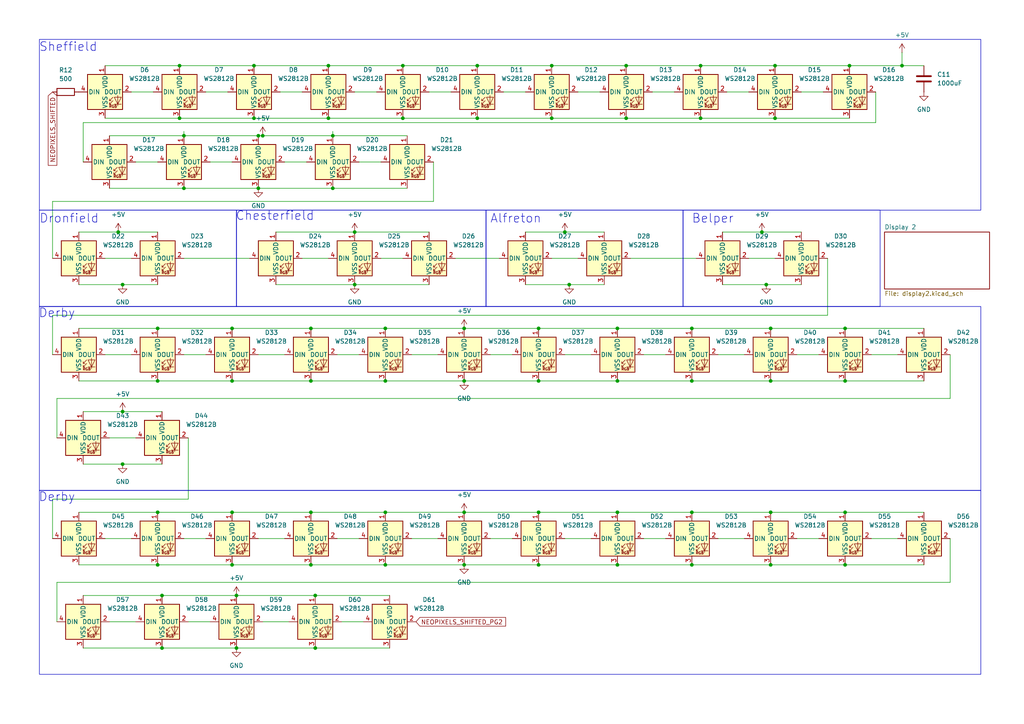
<source format=kicad_sch>
(kicad_sch (version 20250114) (generator "eeschema") (generator_version "9.0")
  (paper "A4")
  (title_block (title "Train Locs Board") (company "Sean Outram") (comment 1 "A TrainTrackr like board for the Midlands Mainline"))
  (lib_symbols
    (symbol "Device:C" (pin_numbers (hide yes)) (pin_names (offset 0.254))
      (property "Reference" "C" (at 0.635 2.54 0))
      (property "Value" "C" (at 0.635 -2.54 0))
      (symbol "C_0_1"
        (polyline (pts (xy -2.032 0.762) (xy 2.032 0.762)) (stroke (width 0.508)))
        (polyline (pts (xy -2.032 -0.762) (xy 2.032 -0.762)) (stroke (width 0.508)))
      )
      (symbol "C_1_1"
        (pin passive line (at 0 3.81 270) (length 2.794) (name "~") (number "1"))
        (pin passive line (at 0 -3.81 90) (length 2.794) (name "~") (number "2"))
      )
    )
    (symbol "Device:R" (pin_numbers (hide yes)) (pin_names (offset 0))
      (property "Reference" "R" (at 2.032 0 90))
      (property "Value" "R" (at 0 0 90))
      (symbol "R_0_1"
        (rectangle (start -1.016 -2.54) (end 1.016 2.54) (stroke (width 0.254)))
      )
      (symbol "R_1_1"
        (pin passive line (at 0 3.81 270) (length 1.27) (name "~") (number "1"))
        (pin passive line (at 0 -3.81 90) (length 1.27) (name "~") (number "2"))
      )
    )
    (symbol "LED:WS2812B" (pin_names (offset 0.254))
      (property "Reference" "D" (at 5.08 5.715 0))
      (property "Value" "WS2812B" (at 1.27 -5.715 0))
      (symbol "WS2812B_0_0"
        (text "RGB" (at 2.286 -4.191 0) (effects (font (size 0.762 0.762))))
      )
      (symbol "WS2812B_0_1"
        (polyline (pts (xy 1.27 -2.54) (xy 1.778 -2.54)))
        (polyline (pts (xy 1.27 -3.556) (xy 1.778 -3.556)))
        (polyline (pts (xy 2.286 -1.524) (xy 1.27 -2.54) (xy 1.27 -2.032)))
        (polyline (pts (xy 2.286 -2.54) (xy 1.27 -3.556) (xy 1.27 -3.048)))
        (polyline (pts (xy 3.683 -1.016) (xy 3.683 -3.556) (xy 3.683 -4.064)))
        (polyline (pts (xy 4.699 -1.524) (xy 2.667 -1.524) (xy 3.683 -3.556) (xy 4.699 -1.524)))
        (polyline (pts (xy 4.699 -3.556) (xy 2.667 -3.556)))
        (rectangle (start 5.08 5.08) (end -5.08 -5.08) (stroke (width 0.254)) (fill (type background)))
      )
      (symbol "WS2812B_1_1"
        (pin input line (at -7.62 0 0) (length 2.54) (name "DIN") (number "4"))
        (pin power_in line (at 0 7.62 270) (length 2.54) (name "VDD") (number "1"))
        (pin power_in line (at 0 -7.62 90) (length 2.54) (name "VSS") (number "3"))
        (pin output line (at 7.62 0 180) (length 2.54) (name "DOUT") (number "2"))
      )
    )
    (symbol "power:+5V" (power) (pin_numbers (hide yes)) (pin_names (offset 0) (hide yes))
      (property "Value" "+5V" (at 0 3.556 0))
      (symbol "+5V_0_1"
        (polyline (pts (xy -0.762 1.27) (xy 0 2.54)))
        (polyline (pts (xy 0 2.54) (xy 0.762 1.27)))
        (polyline (pts (xy 0 0) (xy 0 2.54)))
      )
      (symbol "+5V_1_1"
        (pin power_in line (at 0 0 90) (length 0) (name "~") (number "1"))
      )
    )
    (symbol "power:GND" (power) (pin_numbers (hide yes)) (pin_names (offset 0) (hide yes))
      (property "Value" "GND" (at 0 -3.81 0))
      (symbol "GND_0_1"
        (polyline (pts (xy 0 0) (xy 0 -1.27) (xy 1.27 -1.27) (xy 0 -2.54) (xy -1.27 -1.27) (xy 0 -1.27)))
      )
      (symbol "GND_1_1"
        (pin power_in line (at 0 0 270) (length 0) (name "~") (number "1"))
      )
    )
  )
  (rectangle (start 11.43 88.9) (end 284.48 142.24))
  (rectangle (start 11.43 142.24) (end 284.48 195.58))
  (rectangle (start 140.97 60.96) (end 198.12 88.9))
  (rectangle (start 68.58 60.96) (end 140.97 88.9))
  (rectangle (start 198.12 60.96) (end 255.27 88.9))
  (rectangle (start 11.43 60.96) (end 68.58 88.9))
  (rectangle (start 11.43 11.43) (end 284.48 60.96))
  (text "Alfreton" (at 149.606 63.5 0) (effects (font (size 2.54 2.54))))
  (text "Dronfield" (at 20.066 63.5 0) (effects (font (size 2.54 2.54))))
  (text "Chesterfield" (at 79.756 62.738 0) (effects (font (size 2.54 2.54))))
  (text "Derby" (at 16.51 144.272 0) (effects (font (size 2.54 2.54))))
  (text "Sheffield" (at 19.812 13.716 0) (effects (font (size 2.54 2.54))))
  (text "Derby" (at 16.51 90.932 0) (effects (font (size 2.54 2.54))))
  (text "Belper" (at 206.756 63.5 0) (effects (font (size 2.54 2.54))))
  (junction (at 224.79 34.29))
  (junction (at 156.21 110.49))
  (junction (at 111.76 110.49))
  (junction (at 179.07 110.49))
  (junction (at 163.83 67.31))
  (junction (at 156.21 148.59))
  (junction (at 52.07 34.29))
  (junction (at 245.11 110.49))
  (junction (at 245.11 163.83))
  (junction (at 91.44 187.96))
  (junction (at 90.17 110.49))
  (junction (at 53.34 39.37))
  (junction (at 102.87 82.55))
  (junction (at 200.66 95.25))
  (junction (at 34.29 67.31))
  (junction (at 95.25 19.05))
  (junction (at 95.25 34.29))
  (junction (at 67.31 95.25))
  (junction (at 45.72 148.59))
  (junction (at 203.2 34.29))
  (junction (at 111.76 148.59))
  (junction (at 138.43 34.29))
  (junction (at 45.72 110.49))
  (junction (at 181.61 19.05))
  (junction (at 156.21 95.25))
  (junction (at 73.66 34.29))
  (junction (at 111.76 95.25))
  (junction (at 67.31 110.49))
  (junction (at 138.43 19.05))
  (junction (at 179.07 95.25))
  (junction (at 224.79 19.05))
  (junction (at 245.11 95.25))
  (junction (at 200.66 110.49))
  (junction (at 245.11 148.59))
  (junction (at 156.21 163.83))
  (junction (at 53.34 54.61))
  (junction (at 203.2 19.05))
  (junction (at 179.07 163.83))
  (junction (at 134.62 163.83))
  (junction (at 45.72 95.25))
  (junction (at 68.58 172.72))
  (junction (at 35.56 119.38))
  (junction (at 52.07 19.05))
  (junction (at 222.25 82.55))
  (junction (at 220.98 67.31))
  (junction (at 181.61 34.29))
  (junction (at 223.52 148.59))
  (junction (at 96.52 39.37))
  (junction (at 35.56 134.62))
  (junction (at 246.38 19.05))
  (junction (at 134.62 148.59))
  (junction (at 116.84 19.05))
  (junction (at 179.07 148.59))
  (junction (at 35.56 82.55))
  (junction (at 200.66 163.83))
  (junction (at 90.17 163.83))
  (junction (at 111.76 163.83))
  (junction (at 73.66 19.05))
  (junction (at 160.02 34.29))
  (junction (at 261.62 19.05))
  (junction (at 223.52 163.83))
  (junction (at 68.58 187.96))
  (junction (at 160.02 19.05))
  (junction (at 46.99 172.72))
  (junction (at 134.62 110.49))
  (junction (at 116.84 34.29))
  (junction (at 223.52 110.49))
  (junction (at 90.17 95.25))
  (junction (at 102.87 67.31))
  (junction (at 223.52 95.25))
  (junction (at 46.99 187.96))
  (junction (at 96.52 54.61))
  (junction (at 165.1 82.55))
  (junction (at 74.93 39.37))
  (junction (at 134.62 95.25))
  (junction (at 90.17 148.59))
  (junction (at 76.2 39.37))
  (junction (at 67.31 163.83))
  (junction (at 91.44 172.72))
  (junction (at 67.31 148.59))
  (junction (at 45.72 163.83))
  (junction (at 200.66 148.59))
  (junction (at 74.93 54.61))
  (wire (pts (xy 179.07 110.49) (xy 200.66 110.49)))
  (wire (pts (xy 111.76 148.59) (xy 134.62 148.59)))
  (wire (pts (xy 59.69 26.67) (xy 66.04 26.67)))
  (wire (pts (xy 200.66 163.83) (xy 223.52 163.83)))
  (wire (pts (xy 39.37 46.99) (xy 45.72 46.99)))
  (wire (pts (xy 35.56 82.55) (xy 45.72 82.55)))
  (wire (pts (xy 30.48 102.87) (xy 38.1 102.87)))
  (wire (pts (xy 53.34 54.61) (xy 74.93 54.61)))
  (wire (pts (xy 52.07 19.05) (xy 73.66 19.05)))
  (wire (pts (xy 156.21 110.49) (xy 179.07 110.49)))
  (wire (pts (xy 90.17 95.25) (xy 111.76 95.25)))
  (wire (pts (xy 24.13 172.72) (xy 46.99 172.72)))
  (wire (pts (xy 95.25 19.05) (xy 116.84 19.05)))
  (wire (pts (xy 163.83 67.31) (xy 175.26 67.31)))
  (wire (pts (xy 22.86 148.59) (xy 45.72 148.59)))
  (wire (pts (xy 152.4 67.31) (xy 163.83 67.31)))
  (wire (pts (xy 67.31 148.59) (xy 90.17 148.59)))
  (wire (pts (xy 152.4 82.55) (xy 165.1 82.55)))
  (wire (pts (xy 245.11 163.83) (xy 267.97 163.83)))
  (wire (pts (xy 138.43 19.05) (xy 160.02 19.05)))
  (wire (pts (xy 46.99 187.96) (xy 68.58 187.96)))
  (wire (pts (xy 67.31 110.49) (xy 45.72 110.49)))
  (wire (pts (xy 102.87 82.55) (xy 124.46 82.55)))
  (wire (pts (xy 90.17 148.59) (xy 111.76 148.59)))
  (wire (pts (xy 252.73 102.87) (xy 260.35 102.87)))
  (wire (pts (xy 80.01 82.55) (xy 102.87 82.55)))
  (wire (pts (xy 54.61 144.78) (xy 54.61 127)))
  (wire (pts (xy 245.11 95.25) (xy 267.97 95.25)))
  (wire (pts (xy 156.21 148.59) (xy 179.07 148.59)))
  (wire (pts (xy 223.52 95.25) (xy 245.11 95.25)))
  (wire (pts (xy 203.2 34.29) (xy 224.79 34.29)))
  (wire (pts (xy 38.1 26.67) (xy 44.45 26.67)))
  (wire (pts (xy 254 26.67) (xy 254 35.56)))
  (wire (pts (xy 254 35.56) (xy 24.13 35.56)))
  (wire (pts (xy 74.93 102.87) (xy 82.55 102.87)))
  (wire (pts (xy 110.49 74.93) (xy 116.84 74.93)))
  (wire (pts (xy 203.2 19.05) (xy 224.79 19.05)))
  (wire (pts (xy 231.14 156.21) (xy 237.49 156.21)))
  (wire (pts (xy 134.62 163.83) (xy 156.21 163.83)))
  (wire (pts (xy 96.52 39.37) (xy 96.52 38.1)))
  (wire (pts (xy 76.2 180.34) (xy 83.82 180.34)))
  (wire (pts (xy 245.11 110.49) (xy 267.97 110.49)))
  (wire (pts (xy 160.02 34.29) (xy 181.61 34.29)))
  (wire (pts (xy 76.2 39.37) (xy 96.52 39.37)))
  (wire (pts (xy 186.69 156.21) (xy 193.04 156.21)))
  (wire (pts (xy 99.06 180.34) (xy 105.41 180.34)))
  (wire (pts (xy 53.34 39.37) (xy 74.93 39.37)))
  (wire (pts (xy 16.51 168.91) (xy 16.51 180.34)))
  (wire (pts (xy 24.13 119.38) (xy 35.56 119.38)))
  (wire (pts (xy 95.25 34.29) (xy 116.84 34.29)))
  (wire (pts (xy 31.75 180.34) (xy 39.37 180.34)))
  (wire (pts (xy 134.62 148.59) (xy 156.21 148.59)))
  (wire (pts (xy 275.59 102.87) (xy 275.59 115.57)))
  (wire (pts (xy 104.14 46.99) (xy 110.49 46.99)))
  (wire (pts (xy 102.87 26.67) (xy 109.22 26.67)))
  (wire (pts (xy 119.38 102.87) (xy 127 102.87)))
  (wire (pts (xy 200.66 110.49) (xy 223.52 110.49)))
  (wire (pts (xy 138.43 34.29) (xy 160.02 34.29)))
  (wire (pts (xy 80.01 67.31) (xy 102.87 67.31)))
  (wire (pts (xy 31.75 39.37) (xy 53.34 39.37)))
  (wire (pts (xy 46.99 172.72) (xy 68.58 172.72)))
  (wire (pts (xy 87.63 74.93) (xy 95.25 74.93)))
  (wire (pts (xy 179.07 163.83) (xy 200.66 163.83)))
  (wire (pts (xy 200.66 95.25) (xy 223.52 95.25)))
  (wire (pts (xy 53.34 39.37) (xy 53.34 38.1)))
  (wire (pts (xy 30.48 34.29) (xy 52.07 34.29)))
  (wire (pts (xy 275.59 168.91) (xy 16.51 168.91)))
  (wire (pts (xy 116.84 34.29) (xy 138.43 34.29)))
  (wire (pts (xy 252.73 156.21) (xy 260.35 156.21)))
  (wire (pts (xy 232.41 26.67) (xy 238.76 26.67)))
  (wire (pts (xy 208.28 156.21) (xy 215.9 156.21)))
  (wire (pts (xy 15.24 58.42) (xy 125.73 58.42)))
  (wire (pts (xy 224.79 34.29) (xy 246.38 34.29)))
  (wire (pts (xy 119.38 156.21) (xy 127 156.21)))
  (wire (pts (xy 81.28 26.67) (xy 87.63 26.67)))
  (wire (pts (xy 179.07 148.59) (xy 200.66 148.59)))
  (wire (pts (xy 68.58 172.72) (xy 91.44 172.72)))
  (wire (pts (xy 111.76 163.83) (xy 134.62 163.83)))
  (wire (pts (xy 142.24 102.87) (xy 148.59 102.87)))
  (wire (pts (xy 15.24 74.93) (xy 15.24 58.42)))
  (wire (pts (xy 132.08 74.93) (xy 144.78 74.93)))
  (wire (pts (xy 60.96 46.99) (xy 67.31 46.99)))
  (wire (pts (xy 156.21 95.25) (xy 179.07 95.25)))
  (wire (pts (xy 261.62 15.24) (xy 261.62 19.05)))
  (wire (pts (xy 111.76 163.83) (xy 90.17 163.83)))
  (wire (pts (xy 53.34 74.93) (xy 72.39 74.93)))
  (wire (pts (xy 35.56 134.62) (xy 46.99 134.62)))
  (wire (pts (xy 91.44 172.72) (xy 113.03 172.72)))
  (wire (pts (xy 156.21 163.83) (xy 179.07 163.83)))
  (wire (pts (xy 96.52 54.61) (xy 118.11 54.61)))
  (wire (pts (xy 22.86 82.55) (xy 35.56 82.55)))
  (wire (pts (xy 24.13 187.96) (xy 46.99 187.96)))
  (wire (pts (xy 189.23 26.67) (xy 195.58 26.67)))
  (wire (pts (xy 124.46 26.67) (xy 130.81 26.67)))
  (wire (pts (xy 224.79 19.05) (xy 246.38 19.05)))
  (wire (pts (xy 22.86 67.31) (xy 34.29 67.31)))
  (wire (pts (xy 181.61 34.29) (xy 203.2 34.29)))
  (wire (pts (xy 275.59 156.21) (xy 275.59 168.91)))
  (wire (pts (xy 96.52 54.61) (xy 74.93 54.61)))
  (wire (pts (xy 210.82 26.67) (xy 217.17 26.67)))
  (wire (pts (xy 15.24 91.44) (xy 15.24 102.87)))
  (wire (pts (xy 30.48 19.05) (xy 52.07 19.05)))
  (wire (pts (xy 34.29 67.31) (xy 45.72 67.31)))
  (wire (pts (xy 73.66 19.05) (xy 95.25 19.05)))
  (wire (pts (xy 163.83 102.87) (xy 171.45 102.87)))
  (wire (pts (xy 35.56 119.38) (xy 46.99 119.38)))
  (wire (pts (xy 186.69 102.87) (xy 193.04 102.87)))
  (wire (pts (xy 223.52 163.83) (xy 245.11 163.83)))
  (wire (pts (xy 30.48 74.93) (xy 38.1 74.93)))
  (wire (pts (xy 68.58 187.96) (xy 91.44 187.96)))
  (wire (pts (xy 116.84 19.05) (xy 138.43 19.05)))
  (wire (pts (xy 74.93 156.21) (xy 82.55 156.21)))
  (wire (pts (xy 54.61 180.34) (xy 60.96 180.34)))
  (wire (pts (xy 146.05 26.67) (xy 152.4 26.67)))
  (wire (pts (xy 90.17 110.49) (xy 67.31 110.49)))
  (wire (pts (xy 142.24 156.21) (xy 148.59 156.21)))
  (wire (pts (xy 223.52 148.59) (xy 245.11 148.59)))
  (wire (pts (xy 245.11 148.59) (xy 267.97 148.59)))
  (wire (pts (xy 67.31 95.25) (xy 45.72 95.25)))
  (wire (pts (xy 53.34 156.21) (xy 59.69 156.21)))
  (wire (pts (xy 209.55 82.55) (xy 222.25 82.55)))
  (wire (pts (xy 82.55 46.99) (xy 88.9 46.99)))
  (wire (pts (xy 222.25 82.55) (xy 232.41 82.55)))
  (wire (pts (xy 111.76 110.49) (xy 90.17 110.49)))
  (wire (pts (xy 160.02 74.93) (xy 167.64 74.93)))
  (wire (pts (xy 209.55 67.31) (xy 220.98 67.31)))
  (wire (pts (xy 240.03 74.93) (xy 240.03 91.44)))
  (wire (pts (xy 200.66 148.59) (xy 223.52 148.59)))
  (wire (pts (xy 96.52 39.37) (xy 118.11 39.37)))
  (wire (pts (xy 73.66 34.29) (xy 95.25 34.29)))
  (wire (pts (xy 67.31 95.25) (xy 90.17 95.25)))
  (wire (pts (xy 275.59 115.57) (xy 16.51 115.57)))
  (wire (pts (xy 111.76 95.25) (xy 134.62 95.25)))
  (wire (pts (xy 246.38 19.05) (xy 261.62 19.05)))
  (wire (pts (xy 217.17 74.93) (xy 224.79 74.93)))
  (wire (pts (xy 30.48 156.21) (xy 38.1 156.21)))
  (wire (pts (xy 91.44 187.96) (xy 113.03 187.96)))
  (wire (pts (xy 208.28 102.87) (xy 215.9 102.87)))
  (wire (pts (xy 15.24 144.78) (xy 15.24 156.21)))
  (wire (pts (xy 24.13 35.56) (xy 24.13 46.99)))
  (wire (pts (xy 22.86 163.83) (xy 45.72 163.83)))
  (wire (pts (xy 125.73 58.42) (xy 125.73 46.99)))
  (wire (pts (xy 67.31 163.83) (xy 45.72 163.83)))
  (wire (pts (xy 31.75 127) (xy 39.37 127)))
  (wire (pts (xy 22.86 95.25) (xy 45.72 95.25)))
  (wire (pts (xy 182.88 74.93) (xy 201.93 74.93)))
  (wire (pts (xy 240.03 91.44) (xy 15.24 91.44)))
  (wire (pts (xy 97.79 156.21) (xy 104.14 156.21)))
  (wire (pts (xy 22.86 110.49) (xy 45.72 110.49)))
  (wire (pts (xy 134.62 110.49) (xy 156.21 110.49)))
  (wire (pts (xy 261.62 19.05) (xy 267.97 19.05)))
  (wire (pts (xy 24.13 134.62) (xy 35.56 134.62)))
  (wire (pts (xy 67.31 148.59) (xy 45.72 148.59)))
  (wire (pts (xy 167.64 26.67) (xy 173.99 26.67)))
  (wire (pts (xy 165.1 82.55) (xy 175.26 82.55)))
  (wire (pts (xy 163.83 156.21) (xy 171.45 156.21)))
  (wire (pts (xy 15.24 144.78) (xy 54.61 144.78)))
  (wire (pts (xy 160.02 19.05) (xy 181.61 19.05)))
  (wire (pts (xy 90.17 163.83) (xy 67.31 163.83)))
  (wire (pts (xy 97.79 102.87) (xy 104.14 102.87)))
  (wire (pts (xy 134.62 95.25) (xy 156.21 95.25)))
  (wire (pts (xy 231.14 102.87) (xy 237.49 102.87)))
  (wire (pts (xy 53.34 54.61) (xy 31.75 54.61)))
  (wire (pts (xy 181.61 19.05) (xy 203.2 19.05)))
  (wire (pts (xy 16.51 115.57) (xy 16.51 127)))
  (wire (pts (xy 111.76 110.49) (xy 134.62 110.49)))
  (wire (pts (xy 223.52 110.49) (xy 245.11 110.49)))
  (wire (pts (xy 102.87 67.31) (xy 124.46 67.31)))
  (wire (pts (xy 179.07 95.25) (xy 200.66 95.25)))
  (wire (pts (xy 52.07 34.29) (xy 73.66 34.29)))
  (wire (pts (xy 53.34 102.87) (xy 59.69 102.87)))
  (wire (pts (xy 220.98 67.31) (xy 232.41 67.31)))
  (wire (pts (xy 74.93 39.37) (xy 76.2 39.37)))
  (global_label "NEOPIXELS_SHIFTED" (shape input) (at 15.24 26.67 270) (property "Intersheetrefs" "${INTERSHEET_REFS}" (effects (hide yes))))
  (global_label "NEOPIXELS_SHIFTED_PG2" (shape input) (at 120.65 180.34 0) (property "Intersheetrefs" "${INTERSHEET_REFS}" (effects (hide yes))))
  (symbol (lib_id "Device:R") (at 19.05 26.67 90) (unit 1)
    (property "Reference" "R12" (at 19.05 20.32 90))
    (property "Value" "500" (at 19.05 22.86 90))
    (property "Description" "Resistor" (effects (hide yes)))
  )
  (symbol (lib_id "LED:WS2812B") (at 113.03 180.34 0) (unit 1)
    (property "Reference" "D61" (at 124.46 173.9198 0))
    (property "Value" "WS2812B" (at 124.46 176.4598 0))
    (property "Footprint" "LED_SMD:LED_WS2812B_PLCC4_5.0x5.0mm_P3.2mm" (effects (hide yes)))
    (property "Datasheet" "https://cdn-shop.adafruit.com/datasheets/WS2812B.pdf" (effects (hide yes)))
    (property "Description" "RGB LED with integrated controller" (effects (hide yes)))
  )
  (symbol (lib_id "LED:WS2812B") (at 73.66 26.67 0) (unit 1)
    (property "Reference" "D8" (at 85.09 20.2498 0))
    (property "Value" "WS2812B" (at 85.09 22.7898 0))
    (property "Footprint" "LED_SMD:LED_WS2812B_PLCC4_5.0x5.0mm_P3.2mm" (effects (hide yes)))
    (property "Datasheet" "https://cdn-shop.adafruit.com/datasheets/WS2812B.pdf" (effects (hide yes)))
    (property "Description" "RGB LED with integrated controller" (effects (hide yes)))
  )
  (symbol (lib_id "LED:WS2812B") (at 111.76 156.21 0) (unit 1)
    (property "Reference" "D49" (at 123.19 149.7898 0))
    (property "Value" "WS2812B" (at 123.19 152.3298 0))
    (property "Footprint" "LED_SMD:LED_WS2812B_PLCC4_5.0x5.0mm_P3.2mm" (effects (hide yes)))
    (property "Datasheet" "https://cdn-shop.adafruit.com/datasheets/WS2812B.pdf" (effects (hide yes)))
    (property "Description" "RGB LED with integrated controller" (effects (hide yes)))
  )
  (symbol (lib_id "LED:WS2812B") (at 181.61 26.67 0) (unit 1)
    (property "Reference" "D13" (at 193.04 20.2498 0))
    (property "Value" "WS2812B" (at 193.04 22.7898 0))
    (property "Footprint" "LED_SMD:LED_WS2812B_PLCC4_5.0x5.0mm_P3.2mm" (effects (hide yes)))
    (property "Datasheet" "https://cdn-shop.adafruit.com/datasheets/WS2812B.pdf" (effects (hide yes)))
    (property "Description" "RGB LED with integrated controller" (effects (hide yes)))
  )
  (symbol (lib_id "power:GND") (at 222.25 82.55 0) (unit 1)
    (property "Reference" "#PWR038" (effects (hide yes)))
    (property "Value" "GND" (at 222.25 87.63 0))
    (property "Description" "Power symbol creates a global label with name \"GND\" , ground" (effects (hide yes)))
  )
  (symbol (lib_id "LED:WS2812B") (at 179.07 102.87 0) (unit 1)
    (property "Reference" "D38" (at 190.5 96.4498 0))
    (property "Value" "WS2812B" (at 190.5 98.9898 0))
    (property "Footprint" "LED_SMD:LED_WS2812B_PLCC4_5.0x5.0mm_P3.2mm" (effects (hide yes)))
    (property "Datasheet" "https://cdn-shop.adafruit.com/datasheets/WS2812B.pdf" (effects (hide yes)))
    (property "Description" "RGB LED with integrated controller" (effects (hide yes)))
  )
  (symbol (lib_id "LED:WS2812B") (at 80.01 74.93 0) (unit 1)
    (property "Reference" "D24" (at 91.44 68.5098 0))
    (property "Value" "WS2812B" (at 91.44 71.0498 0))
    (property "Footprint" "LED_SMD:LED_WS2812B_PLCC4_5.0x5.0mm_P3.2mm" (effects (hide yes)))
    (property "Datasheet" "https://cdn-shop.adafruit.com/datasheets/WS2812B.pdf" (effects (hide yes)))
    (property "Description" "RGB LED with integrated controller" (effects (hide yes)))
  )
  (symbol (lib_id "LED:WS2812B") (at 46.99 127 0) (unit 1)
    (property "Reference" "D44" (at 58.42 120.5798 0))
    (property "Value" "WS2812B" (at 58.42 123.1198 0))
    (property "Footprint" "LED_SMD:LED_WS2812B_PLCC4_5.0x5.0mm_P3.2mm" (effects (hide yes)))
    (property "Datasheet" "https://cdn-shop.adafruit.com/datasheets/WS2812B.pdf" (effects (hide yes)))
    (property "Description" "RGB LED with integrated controller" (effects (hide yes)))
  )
  (symbol (lib_id "LED:WS2812B") (at 22.86 102.87 0) (unit 1)
    (property "Reference" "D31" (at 34.29 96.4498 0))
    (property "Value" "WS2812B" (at 34.29 98.9898 0))
    (property "Footprint" "LED_SMD:LED_WS2812B_PLCC4_5.0x5.0mm_P3.2mm" (effects (hide yes)))
    (property "Datasheet" "https://cdn-shop.adafruit.com/datasheets/WS2812B.pdf" (effects (hide yes)))
    (property "Description" "RGB LED with integrated controller" (effects (hide yes)))
  )
  (symbol (lib_id "LED:WS2812B") (at 31.75 46.99 0) (unit 1)
    (property "Reference" "D17" (at 43.18 40.5698 0))
    (property "Value" "WS2812B" (at 43.18 43.1098 0))
    (property "Footprint" "LED_SMD:LED_WS2812B_PLCC4_5.0x5.0mm_P3.2mm" (effects (hide yes)))
    (property "Datasheet" "https://cdn-shop.adafruit.com/datasheets/WS2812B.pdf" (effects (hide yes)))
    (property "Description" "RGB LED with integrated controller" (effects (hide yes)))
  )
  (symbol (lib_id "LED:WS2812B") (at 67.31 102.87 0) (unit 1)
    (property "Reference" "D33" (at 78.74 96.4498 0))
    (property "Value" "WS2812B" (at 78.74 98.9898 0))
    (property "Footprint" "LED_SMD:LED_WS2812B_PLCC4_5.0x5.0mm_P3.2mm" (effects (hide yes)))
    (property "Datasheet" "https://cdn-shop.adafruit.com/datasheets/WS2812B.pdf" (effects (hide yes)))
    (property "Description" "RGB LED with integrated controller" (effects (hide yes)))
  )
  (symbol (lib_id "power:GND") (at 134.62 163.83 0) (unit 1)
    (property "Reference" "#PWR044" (effects (hide yes)))
    (property "Value" "GND" (at 134.62 168.91 0))
    (property "Description" "Power symbol creates a global label with name \"GND\" , ground" (effects (hide yes)))
  )
  (symbol (lib_id "LED:WS2812B") (at 124.46 74.93 0) (unit 1)
    (property "Reference" "D26" (at 135.89 68.5098 0))
    (property "Value" "WS2812B" (at 135.89 71.0498 0))
    (property "Footprint" "LED_SMD:LED_WS2812B_PLCC4_5.0x5.0mm_P3.2mm" (effects (hide yes)))
    (property "Datasheet" "https://cdn-shop.adafruit.com/datasheets/WS2812B.pdf" (effects (hide yes)))
    (property "Description" "RGB LED with integrated controller" (effects (hide yes)))
  )
  (symbol (lib_id "Device:C") (at 267.97 22.86 0) (unit 1)
    (property "Reference" "C11" (at 271.78 21.5899 0) (effects (justify left)))
    (property "Value" "1000uF" (at 271.78 24.1299 0) (effects (justify left)))
    (property "Description" "Unpolarized capacitor" (effects (hide yes)))
  )
  (symbol (lib_id "power:+5V") (at 76.2 39.37 0) (unit 1)
    (property "Reference" "#PWR029" (effects (hide yes)))
    (property "Value" "+5V" (at 76.2 34.29 0))
    (property "Description" "Power symbol creates a global label with name \"+5V\"" (effects (hide yes)))
  )
  (symbol (lib_id "power:GND") (at 134.62 110.49 0) (unit 1)
    (property "Reference" "#PWR040" (effects (hide yes)))
    (property "Value" "GND" (at 134.62 115.57 0))
    (property "Description" "Power symbol creates a global label with name \"GND\" , ground" (effects (hide yes)))
  )
  (symbol (lib_id "LED:WS2812B") (at 134.62 102.87 0) (unit 1)
    (property "Reference" "D36" (at 146.05 96.4498 0))
    (property "Value" "WS2812B" (at 146.05 98.9898 0))
    (property "Footprint" "LED_SMD:LED_WS2812B_PLCC4_5.0x5.0mm_P3.2mm" (effects (hide yes)))
    (property "Datasheet" "https://cdn-shop.adafruit.com/datasheets/WS2812B.pdf" (effects (hide yes)))
    (property "Description" "RGB LED with integrated controller" (effects (hide yes)))
  )
  (symbol (lib_id "LED:WS2812B") (at 45.72 156.21 0) (unit 1)
    (property "Reference" "D46" (at 57.15 149.7898 0))
    (property "Value" "WS2812B" (at 57.15 152.3298 0))
    (property "Footprint" "LED_SMD:LED_WS2812B_PLCC4_5.0x5.0mm_P3.2mm" (effects (hide yes)))
    (property "Datasheet" "https://cdn-shop.adafruit.com/datasheets/WS2812B.pdf" (effects (hide yes)))
    (property "Description" "RGB LED with integrated controller" (effects (hide yes)))
  )
  (symbol (lib_id "power:GND") (at 267.97 26.67 0) (unit 1)
    (property "Reference" "#PWR028" (effects (hide yes)))
    (property "Value" "GND" (at 267.97 31.75 0))
    (property "Description" "Power symbol creates a global label with name \"GND\" , ground" (effects (hide yes)))
  )
  (symbol (lib_id "LED:WS2812B") (at 179.07 156.21 0) (unit 1)
    (property "Reference" "D52" (at 190.5 149.7898 0))
    (property "Value" "WS2812B" (at 190.5 152.3298 0))
    (property "Footprint" "LED_SMD:LED_WS2812B_PLCC4_5.0x5.0mm_P3.2mm" (effects (hide yes)))
    (property "Datasheet" "https://cdn-shop.adafruit.com/datasheets/WS2812B.pdf" (effects (hide yes)))
    (property "Description" "RGB LED with integrated controller" (effects (hide yes)))
  )
  (symbol (lib_id "LED:WS2812B") (at 68.58 180.34 0) (unit 1)
    (property "Reference" "D59" (at 80.01 173.9198 0))
    (property "Value" "WS2812B" (at 80.01 176.4598 0))
    (property "Footprint" "LED_SMD:LED_WS2812B_PLCC4_5.0x5.0mm_P3.2mm" (effects (hide yes)))
    (property "Datasheet" "https://cdn-shop.adafruit.com/datasheets/WS2812B.pdf" (effects (hide yes)))
    (property "Description" "RGB LED with integrated controller" (effects (hide yes)))
  )
  (symbol (lib_id "LED:WS2812B") (at 116.84 26.67 0) (unit 1)
    (property "Reference" "D10" (at 128.27 20.2498 0))
    (property "Value" "WS2812B" (at 128.27 22.7898 0))
    (property "Footprint" "LED_SMD:LED_WS2812B_PLCC4_5.0x5.0mm_P3.2mm" (effects (hide yes)))
    (property "Datasheet" "https://cdn-shop.adafruit.com/datasheets/WS2812B.pdf" (effects (hide yes)))
    (property "Description" "RGB LED with integrated controller" (effects (hide yes)))
  )
  (symbol (lib_id "power:+5V") (at 261.62 15.24 0) (unit 1)
    (property "Reference" "#PWR027" (effects (hide yes)))
    (property "Value" "+5V" (at 261.62 10.16 0))
    (property "Description" "Power symbol creates a global label with name \"+5V\"" (effects (hide yes)))
  )
  (symbol (lib_id "LED:WS2812B") (at 90.17 156.21 0) (unit 1)
    (property "Reference" "D48" (at 101.6 149.7898 0))
    (property "Value" "WS2812B" (at 101.6 152.3298 0))
    (property "Footprint" "LED_SMD:LED_WS2812B_PLCC4_5.0x5.0mm_P3.2mm" (effects (hide yes)))
    (property "Datasheet" "https://cdn-shop.adafruit.com/datasheets/WS2812B.pdf" (effects (hide yes)))
    (property "Description" "RGB LED with integrated controller" (effects (hide yes)))
  )
  (symbol (lib_id "power:+5V") (at 134.62 95.25 0) (unit 1)
    (property "Reference" "#PWR039" (effects (hide yes)))
    (property "Value" "+5V" (at 134.62 90.17 0))
    (property "Description" "Power symbol creates a global label with name \"+5V\"" (effects (hide yes)))
  )
  (symbol (lib_id "LED:WS2812B") (at 91.44 180.34 0) (unit 1)
    (property "Reference" "D60" (at 102.87 173.9198 0))
    (property "Value" "WS2812B" (at 102.87 176.4598 0))
    (property "Footprint" "LED_SMD:LED_WS2812B_PLCC4_5.0x5.0mm_P3.2mm" (effects (hide yes)))
    (property "Datasheet" "https://cdn-shop.adafruit.com/datasheets/WS2812B.pdf" (effects (hide yes)))
    (property "Description" "RGB LED with integrated controller" (effects (hide yes)))
  )
  (symbol (lib_id "LED:WS2812B") (at 45.72 102.87 0) (unit 1)
    (property "Reference" "D32" (at 57.15 96.4498 0))
    (property "Value" "WS2812B" (at 57.15 98.9898 0))
    (property "Footprint" "LED_SMD:LED_WS2812B_PLCC4_5.0x5.0mm_P3.2mm" (effects (hide yes)))
    (property "Datasheet" "https://cdn-shop.adafruit.com/datasheets/WS2812B.pdf" (effects (hide yes)))
    (property "Description" "RGB LED with integrated controller" (effects (hide yes)))
  )
  (symbol (lib_id "LED:WS2812B") (at 118.11 46.99 0) (unit 1)
    (property "Reference" "D21" (at 129.54 40.5698 0))
    (property "Value" "WS2812B" (at 129.54 43.1098 0))
    (property "Footprint" "LED_SMD:LED_WS2812B_PLCC4_5.0x5.0mm_P3.2mm" (effects (hide yes)))
    (property "Datasheet" "https://cdn-shop.adafruit.com/datasheets/WS2812B.pdf" (effects (hide yes)))
    (property "Description" "RGB LED with integrated controller" (effects (hide yes)))
  )
  (symbol (lib_id "LED:WS2812B") (at 175.26 74.93 0) (unit 1)
    (property "Reference" "D28" (at 186.69 68.5098 0))
    (property "Value" "WS2812B" (at 186.69 71.0498 0))
    (property "Footprint" "LED_SMD:LED_WS2812B_PLCC4_5.0x5.0mm_P3.2mm" (effects (hide yes)))
    (property "Datasheet" "https://cdn-shop.adafruit.com/datasheets/WS2812B.pdf" (effects (hide yes)))
    (property "Description" "RGB LED with integrated controller" (effects (hide yes)))
  )
  (symbol (lib_id "power:+5V") (at 220.98 67.31 0) (unit 1)
    (property "Reference" "#PWR034" (effects (hide yes)))
    (property "Value" "+5V" (at 220.98 62.23 0))
    (property "Description" "Power symbol creates a global label with name \"+5V\"" (effects (hide yes)))
  )
  (symbol (lib_id "LED:WS2812B") (at 223.52 102.87 0) (unit 1)
    (property "Reference" "D40" (at 234.95 96.4498 0))
    (property "Value" "WS2812B" (at 234.95 98.9898 0))
    (property "Footprint" "LED_SMD:LED_WS2812B_PLCC4_5.0x5.0mm_P3.2mm" (effects (hide yes)))
    (property "Datasheet" "https://cdn-shop.adafruit.com/datasheets/WS2812B.pdf" (effects (hide yes)))
    (property "Description" "RGB LED with integrated controller" (effects (hide yes)))
  )
  (symbol (lib_id "LED:WS2812B") (at 245.11 156.21 0) (unit 1)
    (property "Reference" "D55" (at 256.54 149.7898 0))
    (property "Value" "WS2812B" (at 256.54 152.3298 0))
    (property "Footprint" "LED_SMD:LED_WS2812B_PLCC4_5.0x5.0mm_P3.2mm" (effects (hide yes)))
    (property "Datasheet" "https://cdn-shop.adafruit.com/datasheets/WS2812B.pdf" (effects (hide yes)))
    (property "Description" "RGB LED with integrated controller" (effects (hide yes)))
  )
  (symbol (lib_id "LED:WS2812B") (at 267.97 102.87 0) (unit 1)
    (property "Reference" "D42" (at 279.4 96.4498 0))
    (property "Value" "WS2812B" (at 279.4 98.9898 0))
    (property "Footprint" "LED_SMD:LED_WS2812B_PLCC4_5.0x5.0mm_P3.2mm" (effects (hide yes)))
    (property "Datasheet" "https://cdn-shop.adafruit.com/datasheets/WS2812B.pdf" (effects (hide yes)))
    (property "Description" "RGB LED with integrated controller" (effects (hide yes)))
  )
  (symbol (lib_id "LED:WS2812B") (at 245.11 102.87 0) (unit 1)
    (property "Reference" "D41" (at 256.54 96.4498 0))
    (property "Value" "WS2812B" (at 256.54 98.9898 0))
    (property "Footprint" "LED_SMD:LED_WS2812B_PLCC4_5.0x5.0mm_P3.2mm" (effects (hide yes)))
    (property "Datasheet" "https://cdn-shop.adafruit.com/datasheets/WS2812B.pdf" (effects (hide yes)))
    (property "Description" "RGB LED with integrated controller" (effects (hide yes)))
  )
  (symbol (lib_id "LED:WS2812B") (at 53.34 46.99 0) (unit 1)
    (property "Reference" "D18" (at 64.77 40.5698 0))
    (property "Value" "WS2812B" (at 64.77 43.1098 0))
    (property "Footprint" "LED_SMD:LED_WS2812B_PLCC4_5.0x5.0mm_P3.2mm" (effects (hide yes)))
    (property "Datasheet" "https://cdn-shop.adafruit.com/datasheets/WS2812B.pdf" (effects (hide yes)))
    (property "Description" "RGB LED with integrated controller" (effects (hide yes)))
  )
  (symbol (lib_id "LED:WS2812B") (at 156.21 102.87 0) (unit 1)
    (property "Reference" "D37" (at 167.64 96.4498 0))
    (property "Value" "WS2812B" (at 167.64 98.9898 0))
    (property "Footprint" "LED_SMD:LED_WS2812B_PLCC4_5.0x5.0mm_P3.2mm" (effects (hide yes)))
    (property "Datasheet" "https://cdn-shop.adafruit.com/datasheets/WS2812B.pdf" (effects (hide yes)))
    (property "Description" "RGB LED with integrated controller" (effects (hide yes)))
  )
  (symbol (lib_id "LED:WS2812B") (at 152.4 74.93 0) (unit 1)
    (property "Reference" "D27" (at 163.83 68.5098 0))
    (property "Value" "WS2812B" (at 163.83 71.0498 0))
    (property "Footprint" "LED_SMD:LED_WS2812B_PLCC4_5.0x5.0mm_P3.2mm" (effects (hide yes)))
    (property "Datasheet" "https://cdn-shop.adafruit.com/datasheets/WS2812B.pdf" (effects (hide yes)))
    (property "Description" "RGB LED with integrated controller" (effects (hide yes)))
  )
  (symbol (lib_id "LED:WS2812B") (at 95.25 26.67 0) (unit 1)
    (property "Reference" "D9" (at 106.68 20.2498 0))
    (property "Value" "WS2812B" (at 106.68 22.7898 0))
    (property "Footprint" "LED_SMD:LED_WS2812B_PLCC4_5.0x5.0mm_P3.2mm" (effects (hide yes)))
    (property "Datasheet" "https://cdn-shop.adafruit.com/datasheets/WS2812B.pdf" (effects (hide yes)))
    (property "Description" "RGB LED with integrated controller" (effects (hide yes)))
  )
  (symbol (lib_id "power:+5V") (at 35.56 119.38 0) (unit 1)
    (property "Reference" "#PWR041" (effects (hide yes)))
    (property "Value" "+5V" (at 35.56 114.3 0))
    (property "Description" "Power symbol creates a global label with name \"+5V\"" (effects (hide yes)))
  )
  (symbol (lib_id "power:GND") (at 68.58 187.96 0) (unit 1)
    (property "Reference" "#PWR046" (effects (hide yes)))
    (property "Value" "GND" (at 68.58 193.04 0))
    (property "Description" "Power symbol creates a global label with name \"GND\" , ground" (effects (hide yes)))
  )
  (symbol (lib_id "LED:WS2812B") (at 223.52 156.21 0) (unit 1)
    (property "Reference" "D54" (at 234.95 149.7898 0))
    (property "Value" "WS2812B" (at 234.95 152.3298 0))
    (property "Footprint" "LED_SMD:LED_WS2812B_PLCC4_5.0x5.0mm_P3.2mm" (effects (hide yes)))
    (property "Datasheet" "https://cdn-shop.adafruit.com/datasheets/WS2812B.pdf" (effects (hide yes)))
    (property "Description" "RGB LED with integrated controller" (effects (hide yes)))
  )
  (symbol (lib_id "LED:WS2812B") (at 90.17 102.87 0) (unit 1)
    (property "Reference" "D34" (at 101.6 96.4498 0))
    (property "Value" "WS2812B" (at 101.6 98.9898 0))
    (property "Footprint" "LED_SMD:LED_WS2812B_PLCC4_5.0x5.0mm_P3.2mm" (effects (hide yes)))
    (property "Datasheet" "https://cdn-shop.adafruit.com/datasheets/WS2812B.pdf" (effects (hide yes)))
    (property "Description" "RGB LED with integrated controller" (effects (hide yes)))
  )
  (symbol (lib_id "LED:WS2812B") (at 232.41 74.93 0) (unit 1)
    (property "Reference" "D30" (at 243.84 68.5098 0))
    (property "Value" "WS2812B" (at 243.84 71.0498 0))
    (property "Footprint" "LED_SMD:LED_WS2812B_PLCC4_5.0x5.0mm_P3.2mm" (effects (hide yes)))
    (property "Datasheet" "https://cdn-shop.adafruit.com/datasheets/WS2812B.pdf" (effects (hide yes)))
    (property "Description" "RGB LED with integrated controller" (effects (hide yes)))
  )
  (symbol (lib_id "LED:WS2812B") (at 96.52 46.99 0) (unit 1)
    (property "Reference" "D20" (at 107.95 40.5698 0))
    (property "Value" "WS2812B" (at 107.95 43.1098 0))
    (property "Footprint" "LED_SMD:LED_WS2812B_PLCC4_5.0x5.0mm_P3.2mm" (effects (hide yes)))
    (property "Datasheet" "https://cdn-shop.adafruit.com/datasheets/WS2812B.pdf" (effects (hide yes)))
    (property "Description" "RGB LED with integrated controller" (effects (hide yes)))
  )
  (symbol (lib_id "LED:WS2812B") (at 111.76 102.87 0) (unit 1)
    (property "Reference" "D35" (at 123.19 96.4498 0))
    (property "Value" "WS2812B" (at 123.19 98.9898 0))
    (property "Footprint" "LED_SMD:LED_WS2812B_PLCC4_5.0x5.0mm_P3.2mm" (effects (hide yes)))
    (property "Datasheet" "https://cdn-shop.adafruit.com/datasheets/WS2812B.pdf" (effects (hide yes)))
    (property "Description" "RGB LED with integrated controller" (effects (hide yes)))
  )
  (symbol (lib_id "LED:WS2812B") (at 24.13 127 0) (unit 1)
    (property "Reference" "D43" (at 35.56 120.5798 0))
    (property "Value" "WS2812B" (at 35.56 123.1198 0))
    (property "Footprint" "LED_SMD:LED_WS2812B_PLCC4_5.0x5.0mm_P3.2mm" (effects (hide yes)))
    (property "Datasheet" "https://cdn-shop.adafruit.com/datasheets/WS2812B.pdf" (effects (hide yes)))
    (property "Description" "RGB LED with integrated controller" (effects (hide yes)))
  )
  (symbol (lib_id "power:+5V") (at 34.29 67.31 0) (unit 1)
    (property "Reference" "#PWR031" (effects (hide yes)))
    (property "Value" "+5V" (at 34.29 62.23 0))
    (property "Description" "Power symbol creates a global label with name \"+5V\"" (effects (hide yes)))
  )
  (symbol (lib_id "power:+5V") (at 68.58 172.72 0) (unit 1)
    (property "Reference" "#PWR045" (effects (hide yes)))
    (property "Value" "+5V" (at 68.58 167.64 0))
    (property "Description" "Power symbol creates a global label with name \"+5V\"" (effects (hide yes)))
  )
  (symbol (lib_id "LED:WS2812B") (at 200.66 102.87 0) (unit 1)
    (property "Reference" "D39" (at 212.09 96.4498 0))
    (property "Value" "WS2812B" (at 212.09 98.9898 0))
    (property "Footprint" "LED_SMD:LED_WS2812B_PLCC4_5.0x5.0mm_P3.2mm" (effects (hide yes)))
    (property "Datasheet" "https://cdn-shop.adafruit.com/datasheets/WS2812B.pdf" (effects (hide yes)))
    (property "Description" "RGB LED with integrated controller" (effects (hide yes)))
  )
  (symbol (lib_id "power:GND") (at 74.93 54.61 0) (unit 1)
    (property "Reference" "#PWR030" (effects (hide yes)))
    (property "Value" "GND" (at 74.93 59.69 0))
    (property "Description" "Power symbol creates a global label with name \"GND\" , ground" (effects (hide yes)))
  )
  (symbol (lib_id "LED:WS2812B") (at 203.2 26.67 0) (unit 1)
    (property "Reference" "D14" (at 214.63 20.2498 0))
    (property "Value" "WS2812B" (at 214.63 22.7898 0))
    (property "Footprint" "LED_SMD:LED_WS2812B_PLCC4_5.0x5.0mm_P3.2mm" (effects (hide yes)))
    (property "Datasheet" "https://cdn-shop.adafruit.com/datasheets/WS2812B.pdf" (effects (hide yes)))
    (property "Description" "RGB LED with integrated controller" (effects (hide yes)))
  )
  (symbol (lib_id "power:GND") (at 102.87 82.55 0) (unit 1)
    (property "Reference" "#PWR036" (effects (hide yes)))
    (property "Value" "GND" (at 102.87 87.63 0))
    (property "Description" "Power symbol creates a global label with name \"GND\" , ground" (effects (hide yes)))
  )
  (symbol (lib_id "LED:WS2812B") (at 224.79 26.67 0) (unit 1)
    (property "Reference" "D15" (at 236.22 20.2498 0))
    (property "Value" "WS2812B" (at 236.22 22.7898 0))
    (property "Footprint" "LED_SMD:LED_WS2812B_PLCC4_5.0x5.0mm_P3.2mm" (effects (hide yes)))
    (property "Datasheet" "https://cdn-shop.adafruit.com/datasheets/WS2812B.pdf" (effects (hide yes)))
    (property "Description" "RGB LED with integrated controller" (effects (hide yes)))
  )
  (symbol (lib_id "LED:WS2812B") (at 30.48 26.67 0) (unit 1)
    (property "Reference" "D6" (at 41.91 20.2498 0))
    (property "Value" "WS2812B" (at 41.91 22.7898 0))
    (property "Footprint" "LED_SMD:LED_WS2812B_PLCC4_5.0x5.0mm_P3.2mm" (effects (hide yes)))
    (property "Datasheet" "https://cdn-shop.adafruit.com/datasheets/WS2812B.pdf" (effects (hide yes)))
    (property "Description" "RGB LED with integrated controller" (effects (hide yes)))
  )
  (symbol (lib_id "LED:WS2812B") (at 138.43 26.67 0) (unit 1)
    (property "Reference" "D11" (at 149.86 20.2498 0))
    (property "Value" "WS2812B" (at 149.86 22.7898 0))
    (property "Footprint" "LED_SMD:LED_WS2812B_PLCC4_5.0x5.0mm_P3.2mm" (effects (hide yes)))
    (property "Datasheet" "https://cdn-shop.adafruit.com/datasheets/WS2812B.pdf" (effects (hide yes)))
    (property "Description" "RGB LED with integrated controller" (effects (hide yes)))
  )
  (symbol (lib_id "LED:WS2812B") (at 24.13 180.34 0) (unit 1)
    (property "Reference" "D57" (at 35.56 173.9198 0))
    (property "Value" "WS2812B" (at 35.56 176.4598 0))
    (property "Footprint" "LED_SMD:LED_WS2812B_PLCC4_5.0x5.0mm_P3.2mm" (effects (hide yes)))
    (property "Datasheet" "https://cdn-shop.adafruit.com/datasheets/WS2812B.pdf" (effects (hide yes)))
    (property "Description" "RGB LED with integrated controller" (effects (hide yes)))
  )
  (symbol (lib_id "LED:WS2812B") (at 160.02 26.67 0) (unit 1)
    (property "Reference" "D12" (at 171.45 20.2498 0))
    (property "Value" "WS2812B" (at 171.45 22.7898 0))
    (property "Footprint" "LED_SMD:LED_WS2812B_PLCC4_5.0x5.0mm_P3.2mm" (effects (hide yes)))
    (property "Datasheet" "https://cdn-shop.adafruit.com/datasheets/WS2812B.pdf" (effects (hide yes)))
    (property "Description" "RGB LED with integrated controller" (effects (hide yes)))
  )
  (symbol (lib_id "LED:WS2812B") (at 246.38 26.67 0) (unit 1)
    (property "Reference" "D16" (at 257.81 20.2498 0))
    (property "Value" "WS2812B" (at 257.81 22.7898 0))
    (property "Footprint" "LED_SMD:LED_WS2812B_PLCC4_5.0x5.0mm_P3.2mm" (effects (hide yes)))
    (property "Datasheet" "https://cdn-shop.adafruit.com/datasheets/WS2812B.pdf" (effects (hide yes)))
    (property "Description" "RGB LED with integrated controller" (effects (hide yes)))
  )
  (symbol (lib_id "LED:WS2812B") (at 52.07 26.67 0) (unit 1)
    (property "Reference" "D7" (at 63.5 20.2498 0))
    (property "Value" "WS2812B" (at 63.5 22.7898 0))
    (property "Footprint" "LED_SMD:LED_WS2812B_PLCC4_5.0x5.0mm_P3.2mm" (effects (hide yes)))
    (property "Datasheet" "https://cdn-shop.adafruit.com/datasheets/WS2812B.pdf" (effects (hide yes)))
    (property "Description" "RGB LED with integrated controller" (effects (hide yes)))
  )
  (symbol (lib_id "power:+5V") (at 102.87 67.31 0) (unit 1)
    (property "Reference" "#PWR032" (effects (hide yes)))
    (property "Value" "+5V" (at 102.87 62.23 0))
    (property "Description" "Power symbol creates a global label with name \"+5V\"" (effects (hide yes)))
  )
  (symbol (lib_id "LED:WS2812B") (at 267.97 156.21 0) (unit 1)
    (property "Reference" "D56" (at 279.4 149.7898 0))
    (property "Value" "WS2812B" (at 279.4 152.3298 0))
    (property "Footprint" "LED_SMD:LED_WS2812B_PLCC4_5.0x5.0mm_P3.2mm" (effects (hide yes)))
    (property "Datasheet" "https://cdn-shop.adafruit.com/datasheets/WS2812B.pdf" (effects (hide yes)))
    (property "Description" "RGB LED with integrated controller" (effects (hide yes)))
  )
  (symbol (lib_id "LED:WS2812B") (at 200.66 156.21 0) (unit 1)
    (property "Reference" "D53" (at 212.09 149.7898 0))
    (property "Value" "WS2812B" (at 212.09 152.3298 0))
    (property "Footprint" "LED_SMD:LED_WS2812B_PLCC4_5.0x5.0mm_P3.2mm" (effects (hide yes)))
    (property "Datasheet" "https://cdn-shop.adafruit.com/datasheets/WS2812B.pdf" (effects (hide yes)))
    (property "Description" "RGB LED with integrated controller" (effects (hide yes)))
  )
  (symbol (lib_id "power:GND") (at 35.56 82.55 0) (unit 1)
    (property "Reference" "#PWR035" (effects (hide yes)))
    (property "Value" "GND" (at 35.56 87.63 0))
    (property "Description" "Power symbol creates a global label with name \"GND\" , ground" (effects (hide yes)))
  )
  (symbol (lib_id "LED:WS2812B") (at 74.93 46.99 0) (unit 1)
    (property "Reference" "D19" (at 86.36 40.5698 0))
    (property "Value" "WS2812B" (at 86.36 43.1098 0))
    (property "Footprint" "LED_SMD:LED_WS2812B_PLCC4_5.0x5.0mm_P3.2mm" (effects (hide yes)))
    (property "Datasheet" "https://cdn-shop.adafruit.com/datasheets/WS2812B.pdf" (effects (hide yes)))
    (property "Description" "RGB LED with integrated controller" (effects (hide yes)))
  )
  (symbol (lib_id "LED:WS2812B") (at 134.62 156.21 0) (unit 1)
    (property "Reference" "D50" (at 146.05 149.7898 0))
    (property "Value" "WS2812B" (at 146.05 152.3298 0))
    (property "Footprint" "LED_SMD:LED_WS2812B_PLCC4_5.0x5.0mm_P3.2mm" (effects (hide yes)))
    (property "Datasheet" "https://cdn-shop.adafruit.com/datasheets/WS2812B.pdf" (effects (hide yes)))
    (property "Description" "RGB LED with integrated controller" (effects (hide yes)))
  )
  (symbol (lib_id "LED:WS2812B") (at 67.31 156.21 0) (unit 1)
    (property "Reference" "D47" (at 78.74 149.7898 0))
    (property "Value" "WS2812B" (at 78.74 152.3298 0))
    (property "Footprint" "LED_SMD:LED_WS2812B_PLCC4_5.0x5.0mm_P3.2mm" (effects (hide yes)))
    (property "Datasheet" "https://cdn-shop.adafruit.com/datasheets/WS2812B.pdf" (effects (hide yes)))
    (property "Description" "RGB LED with integrated controller" (effects (hide yes)))
  )
  (symbol (lib_id "power:GND") (at 165.1 82.55 0) (unit 1)
    (property "Reference" "#PWR037" (effects (hide yes)))
    (property "Value" "GND" (at 165.1 87.63 0))
    (property "Description" "Power symbol creates a global label with name \"GND\" , ground" (effects (hide yes)))
  )
  (symbol (lib_id "LED:WS2812B") (at 156.21 156.21 0) (unit 1)
    (property "Reference" "D51" (at 167.64 149.7898 0))
    (property "Value" "WS2812B" (at 167.64 152.3298 0))
    (property "Footprint" "LED_SMD:LED_WS2812B_PLCC4_5.0x5.0mm_P3.2mm" (effects (hide yes)))
    (property "Datasheet" "https://cdn-shop.adafruit.com/datasheets/WS2812B.pdf" (effects (hide yes)))
    (property "Description" "RGB LED with integrated controller" (effects (hide yes)))
  )
  (symbol (lib_id "LED:WS2812B") (at 22.86 156.21 0) (unit 1)
    (property "Reference" "D45" (at 34.29 149.7898 0))
    (property "Value" "WS2812B" (at 34.29 152.3298 0))
    (property "Footprint" "LED_SMD:LED_WS2812B_PLCC4_5.0x5.0mm_P3.2mm" (effects (hide yes)))
    (property "Datasheet" "https://cdn-shop.adafruit.com/datasheets/WS2812B.pdf" (effects (hide yes)))
    (property "Description" "RGB LED with integrated controller" (effects (hide yes)))
  )
  (symbol (lib_id "LED:WS2812B") (at 46.99 180.34 0) (unit 1)
    (property "Reference" "D58" (at 58.42 173.9198 0))
    (property "Value" "WS2812B" (at 58.42 176.4598 0))
    (property "Footprint" "LED_SMD:LED_WS2812B_PLCC4_5.0x5.0mm_P3.2mm" (effects (hide yes)))
    (property "Datasheet" "https://cdn-shop.adafruit.com/datasheets/WS2812B.pdf" (effects (hide yes)))
    (property "Description" "RGB LED with integrated controller" (effects (hide yes)))
  )
  (symbol (lib_id "power:+5V") (at 134.62 148.59 0) (unit 1)
    (property "Reference" "#PWR043" (effects (hide yes)))
    (property "Value" "+5V" (at 134.62 143.51 0))
    (property "Description" "Power symbol creates a global label with name \"+5V\"" (effects (hide yes)))
  )
  (symbol (lib_id "power:GND") (at 35.56 134.62 0) (unit 1)
    (property "Reference" "#PWR042" (effects (hide yes)))
    (property "Value" "GND" (at 35.56 139.7 0))
    (property "Description" "Power symbol creates a global label with name \"GND\" , ground" (effects (hide yes)))
  )
  (symbol (lib_id "LED:WS2812B") (at 22.86 74.93 0) (unit 1)
    (property "Reference" "D22" (at 34.29 68.5098 0))
    (property "Value" "WS2812B" (at 34.29 71.0498 0))
    (property "Footprint" "LED_SMD:LED_WS2812B_PLCC4_5.0x5.0mm_P3.2mm" (effects (hide yes)))
    (property "Datasheet" "https://cdn-shop.adafruit.com/datasheets/WS2812B.pdf" (effects (hide yes)))
    (property "Description" "RGB LED with integrated controller" (effects (hide yes)))
  )
  (symbol (lib_id "LED:WS2812B") (at 45.72 74.93 0) (unit 1)
    (property "Reference" "D23" (at 57.15 68.5098 0))
    (property "Value" "WS2812B" (at 57.15 71.0498 0))
    (property "Footprint" "LED_SMD:LED_WS2812B_PLCC4_5.0x5.0mm_P3.2mm" (effects (hide yes)))
    (property "Datasheet" "https://cdn-shop.adafruit.com/datasheets/WS2812B.pdf" (effects (hide yes)))
    (property "Description" "RGB LED with integrated controller" (effects (hide yes)))
  )
  (symbol (lib_id "LED:WS2812B") (at 102.87 74.93 0) (unit 1)
    (property "Reference" "D25" (at 114.3 68.5098 0))
    (property "Value" "WS2812B" (at 114.3 71.0498 0))
    (property "Footprint" "LED_SMD:LED_WS2812B_PLCC4_5.0x5.0mm_P3.2mm" (effects (hide yes)))
    (property "Datasheet" "https://cdn-shop.adafruit.com/datasheets/WS2812B.pdf" (effects (hide yes)))
    (property "Description" "RGB LED with integrated controller" (effects (hide yes)))
  )
  (symbol (lib_id "power:+5V") (at 163.83 67.31 0) (unit 1)
    (property "Reference" "#PWR033" (effects (hide yes)))
    (property "Value" "+5V" (at 163.83 62.23 0))
    (property "Description" "Power symbol creates a global label with name \"+5V\"" (effects (hide yes)))
  )
  (symbol (lib_id "LED:WS2812B") (at 209.55 74.93 0) (unit 1)
    (property "Reference" "D29" (at 220.98 68.5098 0))
    (property "Value" "WS2812B" (at 220.98 71.0498 0))
    (property "Footprint" "LED_SMD:LED_WS2812B_PLCC4_5.0x5.0mm_P3.2mm" (effects (hide yes)))
    (property "Datasheet" "https://cdn-shop.adafruit.com/datasheets/WS2812B.pdf" (effects (hide yes)))
    (property "Description" "RGB LED with integrated controller" (effects (hide yes)))
  )
  (sheet (at 256.54 67.31) (size 30.48 16.51) (stroke (width 0.1524))
    (property "Sheetname" "Display 2" (at 256.54 66.5984 0) (effects (justify left bottom)))
    (property "Sheetfile" "display2.kicad_sch" (at 256.54 84.4046 0) (effects (justify left top)))
  )
)
</source>
